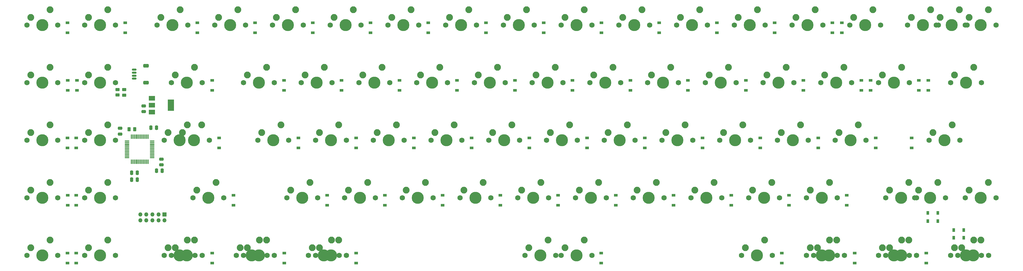
<source format=gbr>
%TF.GenerationSoftware,KiCad,Pcbnew,(6.0.7)*%
%TF.CreationDate,2022-08-26T15:14:46-04:00*%
%TF.ProjectId,thocc-master,74686f63-632d-46d6-9173-7465722e6b69,rev?*%
%TF.SameCoordinates,Original*%
%TF.FileFunction,Soldermask,Bot*%
%TF.FilePolarity,Negative*%
%FSLAX46Y46*%
G04 Gerber Fmt 4.6, Leading zero omitted, Abs format (unit mm)*
G04 Created by KiCad (PCBNEW (6.0.7)) date 2022-08-26 15:14:46*
%MOMM*%
%LPD*%
G01*
G04 APERTURE LIST*
G04 Aperture macros list*
%AMRoundRect*
0 Rectangle with rounded corners*
0 $1 Rounding radius*
0 $2 $3 $4 $5 $6 $7 $8 $9 X,Y pos of 4 corners*
0 Add a 4 corners polygon primitive as box body*
4,1,4,$2,$3,$4,$5,$6,$7,$8,$9,$2,$3,0*
0 Add four circle primitives for the rounded corners*
1,1,$1+$1,$2,$3*
1,1,$1+$1,$4,$5*
1,1,$1+$1,$6,$7*
1,1,$1+$1,$8,$9*
0 Add four rect primitives between the rounded corners*
20,1,$1+$1,$2,$3,$4,$5,0*
20,1,$1+$1,$4,$5,$6,$7,0*
20,1,$1+$1,$6,$7,$8,$9,0*
20,1,$1+$1,$8,$9,$2,$3,0*%
G04 Aperture macros list end*
%ADD10RoundRect,0.250000X0.250000X0.475000X-0.250000X0.475000X-0.250000X-0.475000X0.250000X-0.475000X0*%
%ADD11O,1.350000X1.350000*%
%ADD12R,1.350000X1.350000*%
%ADD13C,1.750000*%
%ADD14C,3.987800*%
%ADD15C,2.250000*%
%ADD16RoundRect,0.250000X0.475000X-0.250000X0.475000X0.250000X-0.475000X0.250000X-0.475000X-0.250000X0*%
%ADD17RoundRect,0.250000X-0.475000X0.250000X-0.475000X-0.250000X0.475000X-0.250000X0.475000X0.250000X0*%
%ADD18RoundRect,0.250000X-0.250000X-0.475000X0.250000X-0.475000X0.250000X0.475000X-0.250000X0.475000X0*%
%ADD19RoundRect,0.150000X-0.625000X0.150000X-0.625000X-0.150000X0.625000X-0.150000X0.625000X0.150000X0*%
%ADD20RoundRect,0.250000X-0.650000X0.350000X-0.650000X-0.350000X0.650000X-0.350000X0.650000X0.350000X0*%
%ADD21R,1.200000X0.900000*%
%ADD22R,2.000000X1.500000*%
%ADD23R,2.000000X3.800000*%
%ADD24RoundRect,0.075000X0.075000X-0.662500X0.075000X0.662500X-0.075000X0.662500X-0.075000X-0.662500X0*%
%ADD25RoundRect,0.075000X0.662500X-0.075000X0.662500X0.075000X-0.662500X0.075000X-0.662500X-0.075000X0*%
%ADD26R,0.900000X1.200000*%
%ADD27RoundRect,0.250000X-0.450000X0.262500X-0.450000X-0.262500X0.450000X-0.262500X0.450000X0.262500X0*%
%ADD28RoundRect,0.250000X0.262500X0.450000X-0.262500X0.450000X-0.262500X-0.450000X0.262500X-0.450000X0*%
G04 APERTURE END LIST*
D10*
%TO.C,C7*%
X232850000Y-130350000D03*
X230950000Y-130350000D03*
%TD*%
D11*
%TO.C,J2*%
X225600000Y-146800000D03*
X225600000Y-144800000D03*
X227600000Y-146800000D03*
X227600000Y-144800000D03*
X229600000Y-146800000D03*
X229600000Y-144800000D03*
X231600000Y-146800000D03*
X231600000Y-144800000D03*
X233600000Y-146800000D03*
D12*
X233600000Y-144800000D03*
%TD*%
D13*
%TO.C,MX20*%
X207275750Y-101227000D03*
X217435750Y-101227000D03*
D14*
X212355750Y-101227000D03*
D15*
X208545750Y-98687000D03*
X214895750Y-96147000D03*
%TD*%
D13*
%TO.C,MX19*%
X198385750Y-101227000D03*
X188225750Y-101227000D03*
D14*
X193305750Y-101227000D03*
D15*
X189495750Y-98687000D03*
X195845750Y-96147000D03*
%TD*%
D16*
%TO.C,C6*%
X218950000Y-118200000D03*
X218950000Y-116300000D03*
%TD*%
D17*
%TO.C,C5*%
X232550000Y-126500000D03*
X232550000Y-128400000D03*
%TD*%
D10*
%TO.C,C4*%
X224650000Y-131000000D03*
X222750000Y-131000000D03*
%TD*%
D16*
%TO.C,C3*%
X226750000Y-110800000D03*
X226750000Y-108900000D03*
%TD*%
D18*
%TO.C,C2*%
X229100000Y-116150000D03*
X231000000Y-116150000D03*
%TD*%
%TO.C,C1*%
X222750000Y-133300000D03*
X224650000Y-133300000D03*
%TD*%
D19*
%TO.C,J1*%
X223600000Y-96900000D03*
X223600000Y-97900000D03*
X223600000Y-98900000D03*
X223600000Y-99900000D03*
D20*
X227475000Y-101200000D03*
X227475000Y-95600000D03*
%TD*%
D13*
%TO.C,MX30*%
X422223250Y-101227000D03*
X412063250Y-101227000D03*
D14*
X417143250Y-101227000D03*
D15*
X413333250Y-98687000D03*
X419683250Y-96147000D03*
%TD*%
D13*
%TO.C,MX42*%
X321575750Y-120277000D03*
D14*
X326655750Y-120277000D03*
D13*
X331735750Y-120277000D03*
D15*
X322845750Y-117737000D03*
X329195750Y-115197000D03*
%TD*%
D13*
%TO.C,MX76*%
X364438250Y-158377000D03*
X374598250Y-158377000D03*
D14*
X369518250Y-158377000D03*
D15*
X365708250Y-155837000D03*
X372058250Y-153297000D03*
%TD*%
D13*
%TO.C,MX44*%
X359675750Y-120277000D03*
D14*
X364755750Y-120277000D03*
D13*
X369835750Y-120277000D03*
D15*
X360945750Y-117737000D03*
X367295750Y-115197000D03*
%TD*%
D14*
%TO.C,MX78*%
X450480750Y-158377000D03*
D13*
X445400750Y-158377000D03*
X455560750Y-158377000D03*
D15*
X446670750Y-155837000D03*
X453020750Y-153297000D03*
%TD*%
D13*
%TO.C,MX70*%
X246010750Y-158377000D03*
D14*
X240930750Y-158377000D03*
D13*
X235850750Y-158377000D03*
D15*
X237120750Y-155837000D03*
X243470750Y-153297000D03*
%TD*%
D13*
%TO.C,MX41*%
X312685750Y-120277000D03*
D14*
X307605750Y-120277000D03*
D13*
X302525750Y-120277000D03*
D15*
X303795750Y-117737000D03*
X310145750Y-115197000D03*
%TD*%
D13*
%TO.C,MX34*%
X503185750Y-101227000D03*
D14*
X498105750Y-101227000D03*
D13*
X493025750Y-101227000D03*
D15*
X494295750Y-98687000D03*
X500645750Y-96147000D03*
%TD*%
D13*
%TO.C,MX11*%
X393648250Y-82177000D03*
D14*
X388568250Y-82177000D03*
D13*
X383488250Y-82177000D03*
D15*
X384758250Y-79637000D03*
X391108250Y-77097000D03*
%TD*%
D13*
%TO.C,MX72*%
X259663250Y-158377000D03*
X269823250Y-158377000D03*
D14*
X264743250Y-158377000D03*
D15*
X260933250Y-155837000D03*
X267283250Y-153297000D03*
%TD*%
D13*
%TO.C,MX43*%
X350785750Y-120277000D03*
X340625750Y-120277000D03*
D14*
X345705750Y-120277000D03*
D15*
X341895750Y-117737000D03*
X348245750Y-115197000D03*
%TD*%
D14*
%TO.C,MX71*%
X262362000Y-158377000D03*
D13*
X257282000Y-158377000D03*
X267442000Y-158377000D03*
D15*
X258552000Y-155837000D03*
X264902000Y-153297000D03*
%TD*%
D13*
%TO.C,MX52*%
X217435750Y-139327000D03*
X207275750Y-139327000D03*
D14*
X212355750Y-139327000D03*
D15*
X208545750Y-136787000D03*
X214895750Y-134247000D03*
%TD*%
D13*
%TO.C,MX57*%
X331100750Y-139327000D03*
X341260750Y-139327000D03*
D14*
X336180750Y-139327000D03*
D15*
X332370750Y-136787000D03*
X338720750Y-134247000D03*
%TD*%
D14*
%TO.C,MX18*%
X502868250Y-82177000D03*
D13*
X507948250Y-82177000D03*
X497788250Y-82177000D03*
D15*
X499058250Y-79637000D03*
X505408250Y-77097000D03*
%TD*%
D13*
%TO.C,MX40*%
X293635750Y-120277000D03*
X283475750Y-120277000D03*
D14*
X288555750Y-120277000D03*
D15*
X284745750Y-117737000D03*
X291095750Y-115197000D03*
%TD*%
D13*
%TO.C,MX15*%
X469848250Y-82177000D03*
X459688250Y-82177000D03*
D14*
X464768250Y-82177000D03*
D15*
X460958250Y-79637000D03*
X467308250Y-77097000D03*
%TD*%
D13*
%TO.C,MX26*%
X346023250Y-101227000D03*
X335863250Y-101227000D03*
D14*
X340943250Y-101227000D03*
D15*
X337133250Y-98687000D03*
X343483250Y-96147000D03*
%TD*%
D14*
%TO.C,MX39*%
X269505750Y-120277000D03*
D13*
X274585750Y-120277000D03*
X264425750Y-120277000D03*
D15*
X265695750Y-117737000D03*
X272045750Y-115197000D03*
%TD*%
D13*
%TO.C,MX7*%
X317448250Y-82177000D03*
X307288250Y-82177000D03*
D14*
X312368250Y-82177000D03*
D15*
X308558250Y-79637000D03*
X314908250Y-77097000D03*
%TD*%
D13*
%TO.C,MX54*%
X284110750Y-139327000D03*
D14*
X279030750Y-139327000D03*
D13*
X273950750Y-139327000D03*
D15*
X275220750Y-136787000D03*
X281570750Y-134247000D03*
%TD*%
D14*
%TO.C,MX3*%
X236168250Y-82177000D03*
D13*
X231088250Y-82177000D03*
X241248250Y-82177000D03*
D15*
X232358250Y-79637000D03*
X238708250Y-77097000D03*
%TD*%
D14*
%TO.C,MX51*%
X193305750Y-139327000D03*
D13*
X198385750Y-139327000D03*
X188225750Y-139327000D03*
D15*
X189495750Y-136787000D03*
X195845750Y-134247000D03*
%TD*%
D13*
%TO.C,MX63*%
X445400750Y-139327000D03*
D14*
X450480750Y-139327000D03*
D13*
X455560750Y-139327000D03*
D15*
X446670750Y-136787000D03*
X453020750Y-134247000D03*
%TD*%
D13*
%TO.C,MX61*%
X407300750Y-139327000D03*
X417460750Y-139327000D03*
D14*
X412380750Y-139327000D03*
D15*
X408570750Y-136787000D03*
X414920750Y-134247000D03*
%TD*%
D13*
%TO.C,MX82*%
X493025750Y-158377000D03*
X503185750Y-158377000D03*
D14*
X498105750Y-158377000D03*
D15*
X494295750Y-155837000D03*
X500645750Y-153297000D03*
%TD*%
D13*
%TO.C,MX14*%
X450798250Y-82177000D03*
X440638250Y-82177000D03*
D14*
X445718250Y-82177000D03*
D15*
X441908250Y-79637000D03*
X448258250Y-77097000D03*
%TD*%
D13*
%TO.C,MX49*%
X465085750Y-120277000D03*
D14*
X460005750Y-120277000D03*
D13*
X454925750Y-120277000D03*
D15*
X456195750Y-117737000D03*
X462545750Y-115197000D03*
%TD*%
D14*
%TO.C,MX2*%
X212355750Y-82177000D03*
D13*
X217435750Y-82177000D03*
X207275750Y-82177000D03*
D15*
X208545750Y-79637000D03*
X214895750Y-77097000D03*
%TD*%
D14*
%TO.C,MX36*%
X212355750Y-120277000D03*
D13*
X207275750Y-120277000D03*
X217435750Y-120277000D03*
D15*
X208545750Y-117737000D03*
X214895750Y-115197000D03*
%TD*%
D13*
%TO.C,MX75*%
X362692000Y-158377000D03*
D14*
X357612000Y-158377000D03*
D13*
X352532000Y-158377000D03*
D15*
X353802000Y-155837000D03*
X360152000Y-153297000D03*
%TD*%
D13*
%TO.C,MX64*%
X481754500Y-139327000D03*
X471594500Y-139327000D03*
D14*
X476674500Y-139327000D03*
D15*
X472864500Y-136787000D03*
X479214500Y-134247000D03*
%TD*%
D14*
%TO.C,MX47*%
X421905750Y-120277000D03*
D13*
X416825750Y-120277000D03*
X426985750Y-120277000D03*
D15*
X418095750Y-117737000D03*
X424445750Y-115197000D03*
%TD*%
D13*
%TO.C,MX56*%
X322210750Y-139327000D03*
D14*
X317130750Y-139327000D03*
D13*
X312050750Y-139327000D03*
D15*
X313320750Y-136787000D03*
X319670750Y-134247000D03*
%TD*%
D13*
%TO.C,MX83*%
X495407000Y-158377000D03*
D14*
X500487000Y-158377000D03*
D13*
X505567000Y-158377000D03*
D15*
X496677000Y-155837000D03*
X503027000Y-153297000D03*
%TD*%
D13*
%TO.C,MX8*%
X336498250Y-82177000D03*
X326338250Y-82177000D03*
D14*
X331418250Y-82177000D03*
D15*
X327608250Y-79637000D03*
X333958250Y-77097000D03*
%TD*%
D14*
%TO.C,MX13*%
X426668250Y-82177000D03*
D13*
X431748250Y-82177000D03*
X421588250Y-82177000D03*
D15*
X422858250Y-79637000D03*
X429208250Y-77097000D03*
%TD*%
D13*
%TO.C,MX80*%
X469213250Y-158377000D03*
X479373250Y-158377000D03*
D14*
X474293250Y-158377000D03*
D15*
X470483250Y-155837000D03*
X476833250Y-153297000D03*
%TD*%
D14*
%TO.C,MX1*%
X193305750Y-82177000D03*
D13*
X188225750Y-82177000D03*
X198385750Y-82177000D03*
D15*
X189495750Y-79637000D03*
X195845750Y-77097000D03*
%TD*%
D13*
%TO.C,MX62*%
X426350750Y-139327000D03*
D14*
X431430750Y-139327000D03*
D13*
X436510750Y-139327000D03*
D15*
X427620750Y-136787000D03*
X433970750Y-134247000D03*
%TD*%
D14*
%TO.C,MX33*%
X474293250Y-101227000D03*
D13*
X469213250Y-101227000D03*
X479373250Y-101227000D03*
D15*
X470483250Y-98687000D03*
X476833250Y-96147000D03*
%TD*%
D13*
%TO.C,MX58*%
X360310750Y-139327000D03*
D14*
X355230750Y-139327000D03*
D13*
X350150750Y-139327000D03*
D15*
X351420750Y-136787000D03*
X357770750Y-134247000D03*
%TD*%
D13*
%TO.C,MX53*%
X242994500Y-139327000D03*
D14*
X248074500Y-139327000D03*
D13*
X253154500Y-139327000D03*
D15*
X244264500Y-136787000D03*
X250614500Y-134247000D03*
%TD*%
D13*
%TO.C,MX31*%
X441273250Y-101227000D03*
D14*
X436193250Y-101227000D03*
D13*
X431113250Y-101227000D03*
D15*
X432383250Y-98687000D03*
X438733250Y-96147000D03*
%TD*%
D14*
%TO.C,MX29*%
X398093250Y-101227000D03*
D13*
X393013250Y-101227000D03*
X403173250Y-101227000D03*
D15*
X394283250Y-98687000D03*
X400633250Y-96147000D03*
%TD*%
D14*
%TO.C,MX6*%
X293318250Y-82177000D03*
D13*
X298398250Y-82177000D03*
X288238250Y-82177000D03*
D15*
X289508250Y-79637000D03*
X295858250Y-77097000D03*
%TD*%
D13*
%TO.C,MX35*%
X198385750Y-120277000D03*
D14*
X193305750Y-120277000D03*
D13*
X188225750Y-120277000D03*
D15*
X189495750Y-117737000D03*
X195845750Y-115197000D03*
%TD*%
D14*
%TO.C,MX48*%
X440955750Y-120277000D03*
D13*
X435875750Y-120277000D03*
X446035750Y-120277000D03*
D15*
X437145750Y-117737000D03*
X443495750Y-115197000D03*
%TD*%
D14*
%TO.C,MX79*%
X452862000Y-158377000D03*
D13*
X447782000Y-158377000D03*
X457942000Y-158377000D03*
D15*
X449052000Y-155837000D03*
X455402000Y-153297000D03*
%TD*%
D13*
%TO.C,MX66*%
X497788250Y-139327000D03*
X507948250Y-139327000D03*
D14*
X502868250Y-139327000D03*
D15*
X499058250Y-136787000D03*
X505408250Y-134247000D03*
%TD*%
D14*
%TO.C,MX12*%
X407618250Y-82177000D03*
D13*
X412698250Y-82177000D03*
X402538250Y-82177000D03*
D15*
X403808250Y-79637000D03*
X410158250Y-77097000D03*
%TD*%
D13*
%TO.C,MX28*%
X384123250Y-101227000D03*
X373963250Y-101227000D03*
D14*
X379043250Y-101227000D03*
D15*
X375233250Y-98687000D03*
X381583250Y-96147000D03*
%TD*%
D13*
%TO.C,MX37*%
X243629500Y-120277000D03*
D14*
X238549500Y-120277000D03*
D13*
X233469500Y-120277000D03*
D15*
X234739500Y-117737000D03*
X241089500Y-115197000D03*
%TD*%
D14*
%TO.C,MX59*%
X374280750Y-139327000D03*
D13*
X369200750Y-139327000D03*
X379360750Y-139327000D03*
D15*
X370470750Y-136787000D03*
X376820750Y-134247000D03*
%TD*%
D14*
%TO.C,MX50*%
X490962000Y-120277000D03*
D13*
X496042000Y-120277000D03*
X485882000Y-120277000D03*
D15*
X487152000Y-117737000D03*
X493502000Y-115197000D03*
%TD*%
D13*
%TO.C,MX65*%
X481119500Y-139327000D03*
D14*
X486199500Y-139327000D03*
D13*
X491279500Y-139327000D03*
D15*
X482389500Y-136787000D03*
X488739500Y-134247000D03*
%TD*%
D14*
%TO.C,MX81*%
X476674500Y-158377000D03*
D13*
X481754500Y-158377000D03*
X471594500Y-158377000D03*
D15*
X472864500Y-155837000D03*
X479214500Y-153297000D03*
%TD*%
D13*
%TO.C,MX45*%
X388885750Y-120277000D03*
X378725750Y-120277000D03*
D14*
X383805750Y-120277000D03*
D15*
X379995750Y-117737000D03*
X386345750Y-115197000D03*
%TD*%
D13*
%TO.C,MX55*%
X303160750Y-139327000D03*
X293000750Y-139327000D03*
D14*
X298080750Y-139327000D03*
D15*
X294270750Y-136787000D03*
X300620750Y-134247000D03*
%TD*%
D14*
%TO.C,MX25*%
X321893250Y-101227000D03*
D13*
X326973250Y-101227000D03*
X316813250Y-101227000D03*
D15*
X318083250Y-98687000D03*
X324433250Y-96147000D03*
%TD*%
D13*
%TO.C,MX4*%
X260298250Y-82177000D03*
X250138250Y-82177000D03*
D14*
X255218250Y-82177000D03*
D15*
X251408250Y-79637000D03*
X257758250Y-77097000D03*
%TD*%
D13*
%TO.C,MX69*%
X243629500Y-158377000D03*
D14*
X238549500Y-158377000D03*
D13*
X233469500Y-158377000D03*
D15*
X234739500Y-155837000D03*
X241089500Y-153297000D03*
%TD*%
D13*
%TO.C,MX32*%
X460323250Y-101227000D03*
D14*
X455243250Y-101227000D03*
D13*
X450163250Y-101227000D03*
D15*
X451433250Y-98687000D03*
X457783250Y-96147000D03*
%TD*%
D14*
%TO.C,MX9*%
X350468250Y-82177000D03*
D13*
X355548250Y-82177000D03*
X345388250Y-82177000D03*
D15*
X346658250Y-79637000D03*
X353008250Y-77097000D03*
%TD*%
D13*
%TO.C,MX73*%
X291254500Y-158377000D03*
D14*
X286174500Y-158377000D03*
D13*
X281094500Y-158377000D03*
D15*
X282364500Y-155837000D03*
X288714500Y-153297000D03*
%TD*%
D14*
%TO.C,MX17*%
X493343250Y-82177000D03*
D13*
X498423250Y-82177000D03*
X488263250Y-82177000D03*
D15*
X489533250Y-79637000D03*
X495883250Y-77097000D03*
%TD*%
D13*
%TO.C,MX27*%
X365073250Y-101227000D03*
X354913250Y-101227000D03*
D14*
X359993250Y-101227000D03*
D15*
X356183250Y-98687000D03*
X362533250Y-96147000D03*
%TD*%
D14*
%TO.C,MX74*%
X288555750Y-158377000D03*
D13*
X283475750Y-158377000D03*
X293635750Y-158377000D03*
D15*
X284745750Y-155837000D03*
X291095750Y-153297000D03*
%TD*%
D13*
%TO.C,MX46*%
X407935750Y-120277000D03*
X397775750Y-120277000D03*
D14*
X402855750Y-120277000D03*
D15*
X399045750Y-117737000D03*
X405395750Y-115197000D03*
%TD*%
D13*
%TO.C,MX24*%
X297763250Y-101227000D03*
X307923250Y-101227000D03*
D14*
X302843250Y-101227000D03*
D15*
X299033250Y-98687000D03*
X305383250Y-96147000D03*
%TD*%
D13*
%TO.C,MX23*%
X278713250Y-101227000D03*
D14*
X283793250Y-101227000D03*
D13*
X288873250Y-101227000D03*
D15*
X279983250Y-98687000D03*
X286333250Y-96147000D03*
%TD*%
D13*
%TO.C,MX77*%
X434129500Y-158377000D03*
X423969500Y-158377000D03*
D14*
X429049500Y-158377000D03*
D15*
X425239500Y-155837000D03*
X431589500Y-153297000D03*
%TD*%
D14*
%TO.C,MX10*%
X369518250Y-82177000D03*
D13*
X364438250Y-82177000D03*
X374598250Y-82177000D03*
D15*
X365708250Y-79637000D03*
X372058250Y-77097000D03*
%TD*%
D13*
%TO.C,MX5*%
X269188250Y-82177000D03*
D14*
X274268250Y-82177000D03*
D13*
X279348250Y-82177000D03*
D15*
X270458250Y-79637000D03*
X276808250Y-77097000D03*
%TD*%
D14*
%TO.C,MX21*%
X240930750Y-101227000D03*
D13*
X246010750Y-101227000D03*
X235850750Y-101227000D03*
D15*
X237120750Y-98687000D03*
X243470750Y-96147000D03*
%TD*%
D14*
%TO.C,MX67*%
X193305750Y-158377000D03*
D13*
X188225750Y-158377000D03*
X198385750Y-158377000D03*
D15*
X189495750Y-155837000D03*
X195845750Y-153297000D03*
%TD*%
D14*
%TO.C,MX38*%
X243312000Y-120277000D03*
D13*
X248392000Y-120277000D03*
X238232000Y-120277000D03*
D15*
X239502000Y-117737000D03*
X245852000Y-115197000D03*
%TD*%
D14*
%TO.C,MX60*%
X393330750Y-139327000D03*
D13*
X388250750Y-139327000D03*
X398410750Y-139327000D03*
D15*
X389520750Y-136787000D03*
X395870750Y-134247000D03*
%TD*%
D13*
%TO.C,MX68*%
X217435750Y-158377000D03*
X207275750Y-158377000D03*
D14*
X212355750Y-158377000D03*
D15*
X208545750Y-155837000D03*
X214895750Y-153297000D03*
%TD*%
D13*
%TO.C,MX22*%
X269823250Y-101227000D03*
X259663250Y-101227000D03*
D14*
X264743250Y-101227000D03*
D15*
X260933250Y-98687000D03*
X267283250Y-96147000D03*
%TD*%
D13*
%TO.C,MX16*%
X488898250Y-82177000D03*
X478738250Y-82177000D03*
D14*
X483818250Y-82177000D03*
D15*
X480008250Y-79637000D03*
X486358250Y-77097000D03*
%TD*%
D21*
%TO.C,D78*%
X461300000Y-160950000D03*
X461300000Y-157650000D03*
%TD*%
D22*
%TO.C,U1*%
X229400000Y-110950000D03*
D23*
X235700000Y-108650000D03*
D22*
X229400000Y-108650000D03*
X229400000Y-106350000D03*
%TD*%
D21*
%TO.C,D54*%
X287300000Y-141800000D03*
X287300000Y-138500000D03*
%TD*%
%TO.C,D4*%
X263450000Y-84750000D03*
X263450000Y-81450000D03*
%TD*%
%TO.C,D24*%
X311100000Y-103750000D03*
X311100000Y-100450000D03*
%TD*%
%TO.C,D25*%
X330100000Y-103750000D03*
X330100000Y-100450000D03*
%TD*%
%TO.C,D10*%
X377750000Y-84750000D03*
X377750000Y-81450000D03*
%TD*%
%TO.C,D27*%
X368200000Y-103750000D03*
X368200000Y-100450000D03*
%TD*%
%TO.C,D2*%
X220599000Y-84750000D03*
X220599000Y-81450000D03*
%TD*%
%TO.C,D1*%
X201549000Y-84750000D03*
X201549000Y-81450000D03*
%TD*%
D24*
%TO.C,U2*%
X228150000Y-127412500D03*
X227650000Y-127412500D03*
X227150000Y-127412500D03*
X226650000Y-127412500D03*
X226150000Y-127412500D03*
X225650000Y-127412500D03*
X225150000Y-127412500D03*
X224650000Y-127412500D03*
X224150000Y-127412500D03*
X223650000Y-127412500D03*
X223150000Y-127412500D03*
X222650000Y-127412500D03*
D25*
X221237500Y-126000000D03*
X221237500Y-125500000D03*
X221237500Y-125000000D03*
X221237500Y-124500000D03*
X221237500Y-124000000D03*
X221237500Y-123500000D03*
X221237500Y-123000000D03*
X221237500Y-122500000D03*
X221237500Y-122000000D03*
X221237500Y-121500000D03*
X221237500Y-121000000D03*
X221237500Y-120500000D03*
D24*
X222650000Y-119087500D03*
X223150000Y-119087500D03*
X223650000Y-119087500D03*
X224150000Y-119087500D03*
X224650000Y-119087500D03*
X225150000Y-119087500D03*
X225650000Y-119087500D03*
X226150000Y-119087500D03*
X226650000Y-119087500D03*
X227150000Y-119087500D03*
X227650000Y-119087500D03*
X228150000Y-119087500D03*
D25*
X229562500Y-120500000D03*
X229562500Y-121000000D03*
X229562500Y-121500000D03*
X229562500Y-122000000D03*
X229562500Y-122500000D03*
X229562500Y-123000000D03*
X229562500Y-123500000D03*
X229562500Y-124000000D03*
X229562500Y-124500000D03*
X229562500Y-125000000D03*
X229562500Y-125500000D03*
X229562500Y-126000000D03*
%TD*%
D26*
%TO.C,D66*%
X494000000Y-150000000D03*
X497300000Y-150000000D03*
%TD*%
D21*
%TO.C,D17*%
X485600000Y-103750000D03*
X485600000Y-100450000D03*
%TD*%
%TO.C,D37*%
X251600000Y-122850000D03*
X251600000Y-119550000D03*
%TD*%
%TO.C,D48*%
X449300000Y-122850000D03*
X449300000Y-119550000D03*
%TD*%
%TO.C,D16*%
X457100000Y-84750000D03*
X457100000Y-81450000D03*
%TD*%
D27*
%TO.C,R2*%
X220300000Y-103537500D03*
X220300000Y-105362500D03*
%TD*%
D21*
%TO.C,D59*%
X382500000Y-141800000D03*
X382500000Y-138500000D03*
%TD*%
%TO.C,D63*%
X458750000Y-141800000D03*
X458750000Y-138500000D03*
%TD*%
D26*
%TO.C,D82*%
X494000000Y-152550000D03*
X497300000Y-152550000D03*
%TD*%
D21*
%TO.C,D71*%
X273100000Y-160950000D03*
X273100000Y-157650000D03*
%TD*%
%TO.C,D62*%
X439700000Y-141800000D03*
X439700000Y-138500000D03*
%TD*%
%TO.C,D67*%
X201600000Y-160950000D03*
X201600000Y-157650000D03*
%TD*%
%TO.C,D77*%
X437300000Y-160950000D03*
X437300000Y-157650000D03*
%TD*%
%TO.C,D11*%
X396850000Y-84750000D03*
X396850000Y-81450000D03*
%TD*%
%TO.C,D30*%
X425400000Y-103750000D03*
X425400000Y-100450000D03*
%TD*%
%TO.C,D75*%
X377700000Y-160950000D03*
X377700000Y-157650000D03*
%TD*%
%TO.C,D5*%
X282500000Y-84750000D03*
X282500000Y-81450000D03*
%TD*%
%TO.C,D12*%
X415850000Y-84750000D03*
X415850000Y-81450000D03*
%TD*%
%TO.C,D57*%
X344450000Y-141800000D03*
X344450000Y-138500000D03*
%TD*%
%TO.C,D73*%
X296800000Y-160950000D03*
X296800000Y-157650000D03*
%TD*%
%TO.C,D3*%
X244400000Y-84750000D03*
X244400000Y-81450000D03*
%TD*%
%TO.C,D61*%
X420600000Y-141800000D03*
X420600000Y-138500000D03*
%TD*%
%TO.C,D34*%
X480100000Y-122850000D03*
X480100000Y-119550000D03*
%TD*%
%TO.C,D23*%
X292000000Y-103750000D03*
X292000000Y-100450000D03*
%TD*%
%TO.C,D58*%
X363500000Y-141800000D03*
X363500000Y-138500000D03*
%TD*%
%TO.C,D35*%
X201549000Y-122850000D03*
X201549000Y-119550000D03*
%TD*%
%TO.C,D36*%
X204500000Y-122850000D03*
X204500000Y-119550000D03*
%TD*%
%TO.C,D46*%
X411100000Y-122850000D03*
X411100000Y-119550000D03*
%TD*%
%TO.C,D14*%
X454000000Y-84750000D03*
X454000000Y-81450000D03*
%TD*%
%TO.C,D28*%
X387300000Y-103750000D03*
X387300000Y-100450000D03*
%TD*%
%TO.C,D51*%
X201700000Y-141800000D03*
X201700000Y-138500000D03*
%TD*%
%TO.C,D41*%
X315900000Y-122850000D03*
X315900000Y-119550000D03*
%TD*%
%TO.C,D32*%
X463500000Y-103750000D03*
X463500000Y-100450000D03*
%TD*%
%TO.C,D8*%
X339650000Y-84750000D03*
X339650000Y-81450000D03*
%TD*%
%TO.C,D80*%
X484950000Y-160950000D03*
X484950000Y-157650000D03*
%TD*%
%TO.C,D42*%
X334900000Y-122850000D03*
X334900000Y-119550000D03*
%TD*%
%TO.C,D21*%
X249300000Y-103750000D03*
X249300000Y-100450000D03*
%TD*%
%TO.C,D43*%
X354000000Y-122850000D03*
X354000000Y-119550000D03*
%TD*%
%TO.C,D45*%
X392100000Y-122850000D03*
X392100000Y-119550000D03*
%TD*%
%TO.C,D68*%
X204450000Y-160950000D03*
X204450000Y-157650000D03*
%TD*%
%TO.C,D19*%
X201700000Y-103750000D03*
X201700000Y-100450000D03*
%TD*%
%TO.C,D26*%
X349200000Y-103750000D03*
X349200000Y-100450000D03*
%TD*%
%TO.C,D39*%
X277800000Y-122850000D03*
X277800000Y-119550000D03*
%TD*%
%TO.C,D7*%
X320600000Y-84750000D03*
X320600000Y-81450000D03*
%TD*%
D28*
%TO.C,R1*%
X223762500Y-116650000D03*
X221937500Y-116650000D03*
%TD*%
D21*
%TO.C,D55*%
X306350000Y-141800000D03*
X306350000Y-138500000D03*
%TD*%
%TO.C,D31*%
X444400000Y-103750000D03*
X444400000Y-100450000D03*
%TD*%
%TO.C,D22*%
X273000000Y-103750000D03*
X273000000Y-100450000D03*
%TD*%
%TO.C,D60*%
X401600000Y-141800000D03*
X401600000Y-138500000D03*
%TD*%
%TO.C,D15*%
X466600000Y-103750000D03*
X466600000Y-100450000D03*
%TD*%
%TO.C,D53*%
X256350000Y-141800000D03*
X256350000Y-138500000D03*
%TD*%
%TO.C,D20*%
X204700000Y-103750000D03*
X204700000Y-100450000D03*
%TD*%
%TO.C,D6*%
X301550000Y-84750000D03*
X301550000Y-81450000D03*
%TD*%
%TO.C,D47*%
X430200000Y-122850000D03*
X430200000Y-119550000D03*
%TD*%
%TO.C,D56*%
X325400000Y-141800000D03*
X325400000Y-138500000D03*
%TD*%
%TO.C,D49*%
X468300000Y-122850000D03*
X468300000Y-119550000D03*
%TD*%
%TO.C,D69*%
X249300000Y-160950000D03*
X249300000Y-157650000D03*
%TD*%
%TO.C,D40*%
X296800000Y-122850000D03*
X296800000Y-119550000D03*
%TD*%
%TO.C,D52*%
X204450000Y-138500000D03*
X204450000Y-141800000D03*
%TD*%
%TO.C,D13*%
X434950000Y-84750000D03*
X434950000Y-81450000D03*
%TD*%
%TO.C,D9*%
X358700000Y-84750000D03*
X358700000Y-81450000D03*
%TD*%
D27*
%TO.C,R3*%
X218050000Y-103487500D03*
X218050000Y-105312500D03*
%TD*%
D21*
%TO.C,D29*%
X406300000Y-103750000D03*
X406300000Y-100450000D03*
%TD*%
%TO.C,D33*%
X482500000Y-103750000D03*
X482500000Y-100450000D03*
%TD*%
D26*
%TO.C,D50*%
X485500000Y-147050000D03*
X488800000Y-147050000D03*
%TD*%
D21*
%TO.C,D44*%
X373000000Y-122850000D03*
X373000000Y-119550000D03*
%TD*%
D26*
%TO.C,D64*%
X485500000Y-144300000D03*
X488800000Y-144300000D03*
%TD*%
M02*

</source>
